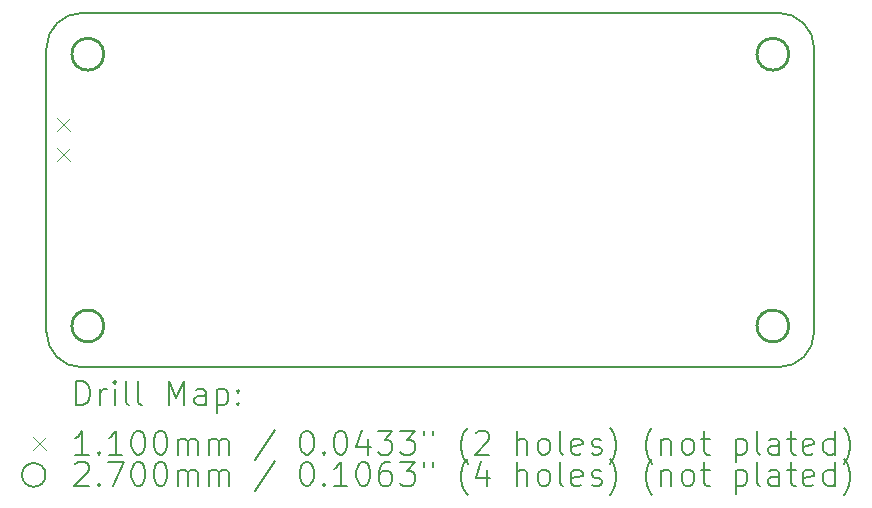
<source format=gbr>
%TF.GenerationSoftware,KiCad,Pcbnew,7.0.6*%
%TF.CreationDate,2023-08-14T14:17:23+01:00*%
%TF.ProjectId,canhat,63616e68-6174-42e6-9b69-6361645f7063,8*%
%TF.SameCoordinates,Original*%
%TF.FileFunction,Drillmap*%
%TF.FilePolarity,Positive*%
%FSLAX45Y45*%
G04 Gerber Fmt 4.5, Leading zero omitted, Abs format (unit mm)*
G04 Created by KiCad (PCBNEW 7.0.6) date 2023-08-14 14:17:23*
%MOMM*%
%LPD*%
G01*
G04 APERTURE LIST*
%ADD10C,0.150000*%
%ADD11C,0.200000*%
%ADD12C,0.110000*%
%ADD13C,0.270000*%
G04 APERTURE END LIST*
D10*
X10500000Y-7700000D02*
X10500000Y-5300000D01*
X10500000Y-5300000D02*
G75*
G03*
X10200000Y-5000000I-300000J0D01*
G01*
X4300000Y-5000000D02*
G75*
G03*
X4000000Y-5300000I0J-300000D01*
G01*
X10200000Y-5000000D02*
X4300000Y-5000000D01*
X4000000Y-7700000D02*
G75*
G03*
X4300000Y-8000000I300000J0D01*
G01*
X4000000Y-5300000D02*
X4000000Y-7700000D01*
X10200000Y-8000000D02*
G75*
G03*
X10500000Y-7700000I0J300000D01*
G01*
X4300000Y-8000000D02*
X10200000Y-8000000D01*
D11*
D12*
X4091000Y-5888000D02*
X4201000Y-5998000D01*
X4201000Y-5888000D02*
X4091000Y-5998000D01*
X4091000Y-6142000D02*
X4201000Y-6252000D01*
X4201000Y-6142000D02*
X4091000Y-6252000D01*
D13*
X4485000Y-5350000D02*
G75*
G03*
X4485000Y-5350000I-135000J0D01*
G01*
X4485000Y-7650000D02*
G75*
G03*
X4485000Y-7650000I-135000J0D01*
G01*
X10285000Y-5350000D02*
G75*
G03*
X10285000Y-5350000I-135000J0D01*
G01*
X10285000Y-7650000D02*
G75*
G03*
X10285000Y-7650000I-135000J0D01*
G01*
D11*
X4253277Y-8318984D02*
X4253277Y-8118984D01*
X4253277Y-8118984D02*
X4300896Y-8118984D01*
X4300896Y-8118984D02*
X4329467Y-8128508D01*
X4329467Y-8128508D02*
X4348515Y-8147555D01*
X4348515Y-8147555D02*
X4358039Y-8166603D01*
X4358039Y-8166603D02*
X4367563Y-8204698D01*
X4367563Y-8204698D02*
X4367563Y-8233269D01*
X4367563Y-8233269D02*
X4358039Y-8271365D01*
X4358039Y-8271365D02*
X4348515Y-8290412D01*
X4348515Y-8290412D02*
X4329467Y-8309460D01*
X4329467Y-8309460D02*
X4300896Y-8318984D01*
X4300896Y-8318984D02*
X4253277Y-8318984D01*
X4453277Y-8318984D02*
X4453277Y-8185650D01*
X4453277Y-8223746D02*
X4462801Y-8204698D01*
X4462801Y-8204698D02*
X4472324Y-8195174D01*
X4472324Y-8195174D02*
X4491372Y-8185650D01*
X4491372Y-8185650D02*
X4510420Y-8185650D01*
X4577086Y-8318984D02*
X4577086Y-8185650D01*
X4577086Y-8118984D02*
X4567563Y-8128508D01*
X4567563Y-8128508D02*
X4577086Y-8138031D01*
X4577086Y-8138031D02*
X4586610Y-8128508D01*
X4586610Y-8128508D02*
X4577086Y-8118984D01*
X4577086Y-8118984D02*
X4577086Y-8138031D01*
X4700896Y-8318984D02*
X4681848Y-8309460D01*
X4681848Y-8309460D02*
X4672324Y-8290412D01*
X4672324Y-8290412D02*
X4672324Y-8118984D01*
X4805658Y-8318984D02*
X4786610Y-8309460D01*
X4786610Y-8309460D02*
X4777086Y-8290412D01*
X4777086Y-8290412D02*
X4777086Y-8118984D01*
X5034229Y-8318984D02*
X5034229Y-8118984D01*
X5034229Y-8118984D02*
X5100896Y-8261841D01*
X5100896Y-8261841D02*
X5167563Y-8118984D01*
X5167563Y-8118984D02*
X5167563Y-8318984D01*
X5348515Y-8318984D02*
X5348515Y-8214222D01*
X5348515Y-8214222D02*
X5338991Y-8195174D01*
X5338991Y-8195174D02*
X5319944Y-8185650D01*
X5319944Y-8185650D02*
X5281848Y-8185650D01*
X5281848Y-8185650D02*
X5262801Y-8195174D01*
X5348515Y-8309460D02*
X5329467Y-8318984D01*
X5329467Y-8318984D02*
X5281848Y-8318984D01*
X5281848Y-8318984D02*
X5262801Y-8309460D01*
X5262801Y-8309460D02*
X5253277Y-8290412D01*
X5253277Y-8290412D02*
X5253277Y-8271365D01*
X5253277Y-8271365D02*
X5262801Y-8252317D01*
X5262801Y-8252317D02*
X5281848Y-8242793D01*
X5281848Y-8242793D02*
X5329467Y-8242793D01*
X5329467Y-8242793D02*
X5348515Y-8233269D01*
X5443753Y-8185650D02*
X5443753Y-8385650D01*
X5443753Y-8195174D02*
X5462801Y-8185650D01*
X5462801Y-8185650D02*
X5500896Y-8185650D01*
X5500896Y-8185650D02*
X5519944Y-8195174D01*
X5519944Y-8195174D02*
X5529467Y-8204698D01*
X5529467Y-8204698D02*
X5538991Y-8223746D01*
X5538991Y-8223746D02*
X5538991Y-8280888D01*
X5538991Y-8280888D02*
X5529467Y-8299936D01*
X5529467Y-8299936D02*
X5519944Y-8309460D01*
X5519944Y-8309460D02*
X5500896Y-8318984D01*
X5500896Y-8318984D02*
X5462801Y-8318984D01*
X5462801Y-8318984D02*
X5443753Y-8309460D01*
X5624705Y-8299936D02*
X5634229Y-8309460D01*
X5634229Y-8309460D02*
X5624705Y-8318984D01*
X5624705Y-8318984D02*
X5615182Y-8309460D01*
X5615182Y-8309460D02*
X5624705Y-8299936D01*
X5624705Y-8299936D02*
X5624705Y-8318984D01*
X5624705Y-8195174D02*
X5634229Y-8204698D01*
X5634229Y-8204698D02*
X5624705Y-8214222D01*
X5624705Y-8214222D02*
X5615182Y-8204698D01*
X5615182Y-8204698D02*
X5624705Y-8195174D01*
X5624705Y-8195174D02*
X5624705Y-8214222D01*
D12*
X3882500Y-8592500D02*
X3992500Y-8702500D01*
X3992500Y-8592500D02*
X3882500Y-8702500D01*
D11*
X4358039Y-8738984D02*
X4243753Y-8738984D01*
X4300896Y-8738984D02*
X4300896Y-8538984D01*
X4300896Y-8538984D02*
X4281848Y-8567555D01*
X4281848Y-8567555D02*
X4262801Y-8586603D01*
X4262801Y-8586603D02*
X4243753Y-8596127D01*
X4443753Y-8719936D02*
X4453277Y-8729460D01*
X4453277Y-8729460D02*
X4443753Y-8738984D01*
X4443753Y-8738984D02*
X4434229Y-8729460D01*
X4434229Y-8729460D02*
X4443753Y-8719936D01*
X4443753Y-8719936D02*
X4443753Y-8738984D01*
X4643753Y-8738984D02*
X4529467Y-8738984D01*
X4586610Y-8738984D02*
X4586610Y-8538984D01*
X4586610Y-8538984D02*
X4567563Y-8567555D01*
X4567563Y-8567555D02*
X4548515Y-8586603D01*
X4548515Y-8586603D02*
X4529467Y-8596127D01*
X4767563Y-8538984D02*
X4786610Y-8538984D01*
X4786610Y-8538984D02*
X4805658Y-8548508D01*
X4805658Y-8548508D02*
X4815182Y-8558031D01*
X4815182Y-8558031D02*
X4824705Y-8577079D01*
X4824705Y-8577079D02*
X4834229Y-8615174D01*
X4834229Y-8615174D02*
X4834229Y-8662793D01*
X4834229Y-8662793D02*
X4824705Y-8700889D01*
X4824705Y-8700889D02*
X4815182Y-8719936D01*
X4815182Y-8719936D02*
X4805658Y-8729460D01*
X4805658Y-8729460D02*
X4786610Y-8738984D01*
X4786610Y-8738984D02*
X4767563Y-8738984D01*
X4767563Y-8738984D02*
X4748515Y-8729460D01*
X4748515Y-8729460D02*
X4738991Y-8719936D01*
X4738991Y-8719936D02*
X4729467Y-8700889D01*
X4729467Y-8700889D02*
X4719944Y-8662793D01*
X4719944Y-8662793D02*
X4719944Y-8615174D01*
X4719944Y-8615174D02*
X4729467Y-8577079D01*
X4729467Y-8577079D02*
X4738991Y-8558031D01*
X4738991Y-8558031D02*
X4748515Y-8548508D01*
X4748515Y-8548508D02*
X4767563Y-8538984D01*
X4958039Y-8538984D02*
X4977086Y-8538984D01*
X4977086Y-8538984D02*
X4996134Y-8548508D01*
X4996134Y-8548508D02*
X5005658Y-8558031D01*
X5005658Y-8558031D02*
X5015182Y-8577079D01*
X5015182Y-8577079D02*
X5024705Y-8615174D01*
X5024705Y-8615174D02*
X5024705Y-8662793D01*
X5024705Y-8662793D02*
X5015182Y-8700889D01*
X5015182Y-8700889D02*
X5005658Y-8719936D01*
X5005658Y-8719936D02*
X4996134Y-8729460D01*
X4996134Y-8729460D02*
X4977086Y-8738984D01*
X4977086Y-8738984D02*
X4958039Y-8738984D01*
X4958039Y-8738984D02*
X4938991Y-8729460D01*
X4938991Y-8729460D02*
X4929467Y-8719936D01*
X4929467Y-8719936D02*
X4919944Y-8700889D01*
X4919944Y-8700889D02*
X4910420Y-8662793D01*
X4910420Y-8662793D02*
X4910420Y-8615174D01*
X4910420Y-8615174D02*
X4919944Y-8577079D01*
X4919944Y-8577079D02*
X4929467Y-8558031D01*
X4929467Y-8558031D02*
X4938991Y-8548508D01*
X4938991Y-8548508D02*
X4958039Y-8538984D01*
X5110420Y-8738984D02*
X5110420Y-8605650D01*
X5110420Y-8624698D02*
X5119944Y-8615174D01*
X5119944Y-8615174D02*
X5138991Y-8605650D01*
X5138991Y-8605650D02*
X5167563Y-8605650D01*
X5167563Y-8605650D02*
X5186610Y-8615174D01*
X5186610Y-8615174D02*
X5196134Y-8634222D01*
X5196134Y-8634222D02*
X5196134Y-8738984D01*
X5196134Y-8634222D02*
X5205658Y-8615174D01*
X5205658Y-8615174D02*
X5224705Y-8605650D01*
X5224705Y-8605650D02*
X5253277Y-8605650D01*
X5253277Y-8605650D02*
X5272325Y-8615174D01*
X5272325Y-8615174D02*
X5281848Y-8634222D01*
X5281848Y-8634222D02*
X5281848Y-8738984D01*
X5377086Y-8738984D02*
X5377086Y-8605650D01*
X5377086Y-8624698D02*
X5386610Y-8615174D01*
X5386610Y-8615174D02*
X5405658Y-8605650D01*
X5405658Y-8605650D02*
X5434229Y-8605650D01*
X5434229Y-8605650D02*
X5453277Y-8615174D01*
X5453277Y-8615174D02*
X5462801Y-8634222D01*
X5462801Y-8634222D02*
X5462801Y-8738984D01*
X5462801Y-8634222D02*
X5472325Y-8615174D01*
X5472325Y-8615174D02*
X5491372Y-8605650D01*
X5491372Y-8605650D02*
X5519944Y-8605650D01*
X5519944Y-8605650D02*
X5538991Y-8615174D01*
X5538991Y-8615174D02*
X5548515Y-8634222D01*
X5548515Y-8634222D02*
X5548515Y-8738984D01*
X5938991Y-8529460D02*
X5767563Y-8786603D01*
X6196134Y-8538984D02*
X6215182Y-8538984D01*
X6215182Y-8538984D02*
X6234229Y-8548508D01*
X6234229Y-8548508D02*
X6243753Y-8558031D01*
X6243753Y-8558031D02*
X6253277Y-8577079D01*
X6253277Y-8577079D02*
X6262801Y-8615174D01*
X6262801Y-8615174D02*
X6262801Y-8662793D01*
X6262801Y-8662793D02*
X6253277Y-8700889D01*
X6253277Y-8700889D02*
X6243753Y-8719936D01*
X6243753Y-8719936D02*
X6234229Y-8729460D01*
X6234229Y-8729460D02*
X6215182Y-8738984D01*
X6215182Y-8738984D02*
X6196134Y-8738984D01*
X6196134Y-8738984D02*
X6177086Y-8729460D01*
X6177086Y-8729460D02*
X6167563Y-8719936D01*
X6167563Y-8719936D02*
X6158039Y-8700889D01*
X6158039Y-8700889D02*
X6148515Y-8662793D01*
X6148515Y-8662793D02*
X6148515Y-8615174D01*
X6148515Y-8615174D02*
X6158039Y-8577079D01*
X6158039Y-8577079D02*
X6167563Y-8558031D01*
X6167563Y-8558031D02*
X6177086Y-8548508D01*
X6177086Y-8548508D02*
X6196134Y-8538984D01*
X6348515Y-8719936D02*
X6358039Y-8729460D01*
X6358039Y-8729460D02*
X6348515Y-8738984D01*
X6348515Y-8738984D02*
X6338991Y-8729460D01*
X6338991Y-8729460D02*
X6348515Y-8719936D01*
X6348515Y-8719936D02*
X6348515Y-8738984D01*
X6481848Y-8538984D02*
X6500896Y-8538984D01*
X6500896Y-8538984D02*
X6519944Y-8548508D01*
X6519944Y-8548508D02*
X6529467Y-8558031D01*
X6529467Y-8558031D02*
X6538991Y-8577079D01*
X6538991Y-8577079D02*
X6548515Y-8615174D01*
X6548515Y-8615174D02*
X6548515Y-8662793D01*
X6548515Y-8662793D02*
X6538991Y-8700889D01*
X6538991Y-8700889D02*
X6529467Y-8719936D01*
X6529467Y-8719936D02*
X6519944Y-8729460D01*
X6519944Y-8729460D02*
X6500896Y-8738984D01*
X6500896Y-8738984D02*
X6481848Y-8738984D01*
X6481848Y-8738984D02*
X6462801Y-8729460D01*
X6462801Y-8729460D02*
X6453277Y-8719936D01*
X6453277Y-8719936D02*
X6443753Y-8700889D01*
X6443753Y-8700889D02*
X6434229Y-8662793D01*
X6434229Y-8662793D02*
X6434229Y-8615174D01*
X6434229Y-8615174D02*
X6443753Y-8577079D01*
X6443753Y-8577079D02*
X6453277Y-8558031D01*
X6453277Y-8558031D02*
X6462801Y-8548508D01*
X6462801Y-8548508D02*
X6481848Y-8538984D01*
X6719944Y-8605650D02*
X6719944Y-8738984D01*
X6672325Y-8529460D02*
X6624706Y-8672317D01*
X6624706Y-8672317D02*
X6748515Y-8672317D01*
X6805658Y-8538984D02*
X6929467Y-8538984D01*
X6929467Y-8538984D02*
X6862801Y-8615174D01*
X6862801Y-8615174D02*
X6891372Y-8615174D01*
X6891372Y-8615174D02*
X6910420Y-8624698D01*
X6910420Y-8624698D02*
X6919944Y-8634222D01*
X6919944Y-8634222D02*
X6929467Y-8653270D01*
X6929467Y-8653270D02*
X6929467Y-8700889D01*
X6929467Y-8700889D02*
X6919944Y-8719936D01*
X6919944Y-8719936D02*
X6910420Y-8729460D01*
X6910420Y-8729460D02*
X6891372Y-8738984D01*
X6891372Y-8738984D02*
X6834229Y-8738984D01*
X6834229Y-8738984D02*
X6815182Y-8729460D01*
X6815182Y-8729460D02*
X6805658Y-8719936D01*
X6996134Y-8538984D02*
X7119944Y-8538984D01*
X7119944Y-8538984D02*
X7053277Y-8615174D01*
X7053277Y-8615174D02*
X7081848Y-8615174D01*
X7081848Y-8615174D02*
X7100896Y-8624698D01*
X7100896Y-8624698D02*
X7110420Y-8634222D01*
X7110420Y-8634222D02*
X7119944Y-8653270D01*
X7119944Y-8653270D02*
X7119944Y-8700889D01*
X7119944Y-8700889D02*
X7110420Y-8719936D01*
X7110420Y-8719936D02*
X7100896Y-8729460D01*
X7100896Y-8729460D02*
X7081848Y-8738984D01*
X7081848Y-8738984D02*
X7024706Y-8738984D01*
X7024706Y-8738984D02*
X7005658Y-8729460D01*
X7005658Y-8729460D02*
X6996134Y-8719936D01*
X7196134Y-8538984D02*
X7196134Y-8577079D01*
X7272325Y-8538984D02*
X7272325Y-8577079D01*
X7567563Y-8815174D02*
X7558039Y-8805650D01*
X7558039Y-8805650D02*
X7538991Y-8777079D01*
X7538991Y-8777079D02*
X7529468Y-8758031D01*
X7529468Y-8758031D02*
X7519944Y-8729460D01*
X7519944Y-8729460D02*
X7510420Y-8681841D01*
X7510420Y-8681841D02*
X7510420Y-8643746D01*
X7510420Y-8643746D02*
X7519944Y-8596127D01*
X7519944Y-8596127D02*
X7529468Y-8567555D01*
X7529468Y-8567555D02*
X7538991Y-8548508D01*
X7538991Y-8548508D02*
X7558039Y-8519936D01*
X7558039Y-8519936D02*
X7567563Y-8510412D01*
X7634229Y-8558031D02*
X7643753Y-8548508D01*
X7643753Y-8548508D02*
X7662801Y-8538984D01*
X7662801Y-8538984D02*
X7710420Y-8538984D01*
X7710420Y-8538984D02*
X7729468Y-8548508D01*
X7729468Y-8548508D02*
X7738991Y-8558031D01*
X7738991Y-8558031D02*
X7748515Y-8577079D01*
X7748515Y-8577079D02*
X7748515Y-8596127D01*
X7748515Y-8596127D02*
X7738991Y-8624698D01*
X7738991Y-8624698D02*
X7624706Y-8738984D01*
X7624706Y-8738984D02*
X7748515Y-8738984D01*
X7986610Y-8738984D02*
X7986610Y-8538984D01*
X8072325Y-8738984D02*
X8072325Y-8634222D01*
X8072325Y-8634222D02*
X8062801Y-8615174D01*
X8062801Y-8615174D02*
X8043753Y-8605650D01*
X8043753Y-8605650D02*
X8015182Y-8605650D01*
X8015182Y-8605650D02*
X7996134Y-8615174D01*
X7996134Y-8615174D02*
X7986610Y-8624698D01*
X8196134Y-8738984D02*
X8177087Y-8729460D01*
X8177087Y-8729460D02*
X8167563Y-8719936D01*
X8167563Y-8719936D02*
X8158039Y-8700889D01*
X8158039Y-8700889D02*
X8158039Y-8643746D01*
X8158039Y-8643746D02*
X8167563Y-8624698D01*
X8167563Y-8624698D02*
X8177087Y-8615174D01*
X8177087Y-8615174D02*
X8196134Y-8605650D01*
X8196134Y-8605650D02*
X8224706Y-8605650D01*
X8224706Y-8605650D02*
X8243753Y-8615174D01*
X8243753Y-8615174D02*
X8253277Y-8624698D01*
X8253277Y-8624698D02*
X8262801Y-8643746D01*
X8262801Y-8643746D02*
X8262801Y-8700889D01*
X8262801Y-8700889D02*
X8253277Y-8719936D01*
X8253277Y-8719936D02*
X8243753Y-8729460D01*
X8243753Y-8729460D02*
X8224706Y-8738984D01*
X8224706Y-8738984D02*
X8196134Y-8738984D01*
X8377087Y-8738984D02*
X8358039Y-8729460D01*
X8358039Y-8729460D02*
X8348515Y-8710412D01*
X8348515Y-8710412D02*
X8348515Y-8538984D01*
X8529468Y-8729460D02*
X8510420Y-8738984D01*
X8510420Y-8738984D02*
X8472325Y-8738984D01*
X8472325Y-8738984D02*
X8453277Y-8729460D01*
X8453277Y-8729460D02*
X8443753Y-8710412D01*
X8443753Y-8710412D02*
X8443753Y-8634222D01*
X8443753Y-8634222D02*
X8453277Y-8615174D01*
X8453277Y-8615174D02*
X8472325Y-8605650D01*
X8472325Y-8605650D02*
X8510420Y-8605650D01*
X8510420Y-8605650D02*
X8529468Y-8615174D01*
X8529468Y-8615174D02*
X8538992Y-8634222D01*
X8538992Y-8634222D02*
X8538992Y-8653270D01*
X8538992Y-8653270D02*
X8443753Y-8672317D01*
X8615182Y-8729460D02*
X8634230Y-8738984D01*
X8634230Y-8738984D02*
X8672325Y-8738984D01*
X8672325Y-8738984D02*
X8691373Y-8729460D01*
X8691373Y-8729460D02*
X8700896Y-8710412D01*
X8700896Y-8710412D02*
X8700896Y-8700889D01*
X8700896Y-8700889D02*
X8691373Y-8681841D01*
X8691373Y-8681841D02*
X8672325Y-8672317D01*
X8672325Y-8672317D02*
X8643753Y-8672317D01*
X8643753Y-8672317D02*
X8624706Y-8662793D01*
X8624706Y-8662793D02*
X8615182Y-8643746D01*
X8615182Y-8643746D02*
X8615182Y-8634222D01*
X8615182Y-8634222D02*
X8624706Y-8615174D01*
X8624706Y-8615174D02*
X8643753Y-8605650D01*
X8643753Y-8605650D02*
X8672325Y-8605650D01*
X8672325Y-8605650D02*
X8691373Y-8615174D01*
X8767563Y-8815174D02*
X8777087Y-8805650D01*
X8777087Y-8805650D02*
X8796134Y-8777079D01*
X8796134Y-8777079D02*
X8805658Y-8758031D01*
X8805658Y-8758031D02*
X8815182Y-8729460D01*
X8815182Y-8729460D02*
X8824706Y-8681841D01*
X8824706Y-8681841D02*
X8824706Y-8643746D01*
X8824706Y-8643746D02*
X8815182Y-8596127D01*
X8815182Y-8596127D02*
X8805658Y-8567555D01*
X8805658Y-8567555D02*
X8796134Y-8548508D01*
X8796134Y-8548508D02*
X8777087Y-8519936D01*
X8777087Y-8519936D02*
X8767563Y-8510412D01*
X9129468Y-8815174D02*
X9119944Y-8805650D01*
X9119944Y-8805650D02*
X9100896Y-8777079D01*
X9100896Y-8777079D02*
X9091373Y-8758031D01*
X9091373Y-8758031D02*
X9081849Y-8729460D01*
X9081849Y-8729460D02*
X9072325Y-8681841D01*
X9072325Y-8681841D02*
X9072325Y-8643746D01*
X9072325Y-8643746D02*
X9081849Y-8596127D01*
X9081849Y-8596127D02*
X9091373Y-8567555D01*
X9091373Y-8567555D02*
X9100896Y-8548508D01*
X9100896Y-8548508D02*
X9119944Y-8519936D01*
X9119944Y-8519936D02*
X9129468Y-8510412D01*
X9205658Y-8605650D02*
X9205658Y-8738984D01*
X9205658Y-8624698D02*
X9215182Y-8615174D01*
X9215182Y-8615174D02*
X9234230Y-8605650D01*
X9234230Y-8605650D02*
X9262801Y-8605650D01*
X9262801Y-8605650D02*
X9281849Y-8615174D01*
X9281849Y-8615174D02*
X9291373Y-8634222D01*
X9291373Y-8634222D02*
X9291373Y-8738984D01*
X9415182Y-8738984D02*
X9396134Y-8729460D01*
X9396134Y-8729460D02*
X9386611Y-8719936D01*
X9386611Y-8719936D02*
X9377087Y-8700889D01*
X9377087Y-8700889D02*
X9377087Y-8643746D01*
X9377087Y-8643746D02*
X9386611Y-8624698D01*
X9386611Y-8624698D02*
X9396134Y-8615174D01*
X9396134Y-8615174D02*
X9415182Y-8605650D01*
X9415182Y-8605650D02*
X9443754Y-8605650D01*
X9443754Y-8605650D02*
X9462801Y-8615174D01*
X9462801Y-8615174D02*
X9472325Y-8624698D01*
X9472325Y-8624698D02*
X9481849Y-8643746D01*
X9481849Y-8643746D02*
X9481849Y-8700889D01*
X9481849Y-8700889D02*
X9472325Y-8719936D01*
X9472325Y-8719936D02*
X9462801Y-8729460D01*
X9462801Y-8729460D02*
X9443754Y-8738984D01*
X9443754Y-8738984D02*
X9415182Y-8738984D01*
X9538992Y-8605650D02*
X9615182Y-8605650D01*
X9567563Y-8538984D02*
X9567563Y-8710412D01*
X9567563Y-8710412D02*
X9577087Y-8729460D01*
X9577087Y-8729460D02*
X9596134Y-8738984D01*
X9596134Y-8738984D02*
X9615182Y-8738984D01*
X9834230Y-8605650D02*
X9834230Y-8805650D01*
X9834230Y-8615174D02*
X9853277Y-8605650D01*
X9853277Y-8605650D02*
X9891373Y-8605650D01*
X9891373Y-8605650D02*
X9910420Y-8615174D01*
X9910420Y-8615174D02*
X9919944Y-8624698D01*
X9919944Y-8624698D02*
X9929468Y-8643746D01*
X9929468Y-8643746D02*
X9929468Y-8700889D01*
X9929468Y-8700889D02*
X9919944Y-8719936D01*
X9919944Y-8719936D02*
X9910420Y-8729460D01*
X9910420Y-8729460D02*
X9891373Y-8738984D01*
X9891373Y-8738984D02*
X9853277Y-8738984D01*
X9853277Y-8738984D02*
X9834230Y-8729460D01*
X10043754Y-8738984D02*
X10024706Y-8729460D01*
X10024706Y-8729460D02*
X10015182Y-8710412D01*
X10015182Y-8710412D02*
X10015182Y-8538984D01*
X10205658Y-8738984D02*
X10205658Y-8634222D01*
X10205658Y-8634222D02*
X10196135Y-8615174D01*
X10196135Y-8615174D02*
X10177087Y-8605650D01*
X10177087Y-8605650D02*
X10138992Y-8605650D01*
X10138992Y-8605650D02*
X10119944Y-8615174D01*
X10205658Y-8729460D02*
X10186611Y-8738984D01*
X10186611Y-8738984D02*
X10138992Y-8738984D01*
X10138992Y-8738984D02*
X10119944Y-8729460D01*
X10119944Y-8729460D02*
X10110420Y-8710412D01*
X10110420Y-8710412D02*
X10110420Y-8691365D01*
X10110420Y-8691365D02*
X10119944Y-8672317D01*
X10119944Y-8672317D02*
X10138992Y-8662793D01*
X10138992Y-8662793D02*
X10186611Y-8662793D01*
X10186611Y-8662793D02*
X10205658Y-8653270D01*
X10272325Y-8605650D02*
X10348515Y-8605650D01*
X10300896Y-8538984D02*
X10300896Y-8710412D01*
X10300896Y-8710412D02*
X10310420Y-8729460D01*
X10310420Y-8729460D02*
X10329468Y-8738984D01*
X10329468Y-8738984D02*
X10348515Y-8738984D01*
X10491373Y-8729460D02*
X10472325Y-8738984D01*
X10472325Y-8738984D02*
X10434230Y-8738984D01*
X10434230Y-8738984D02*
X10415182Y-8729460D01*
X10415182Y-8729460D02*
X10405658Y-8710412D01*
X10405658Y-8710412D02*
X10405658Y-8634222D01*
X10405658Y-8634222D02*
X10415182Y-8615174D01*
X10415182Y-8615174D02*
X10434230Y-8605650D01*
X10434230Y-8605650D02*
X10472325Y-8605650D01*
X10472325Y-8605650D02*
X10491373Y-8615174D01*
X10491373Y-8615174D02*
X10500896Y-8634222D01*
X10500896Y-8634222D02*
X10500896Y-8653270D01*
X10500896Y-8653270D02*
X10405658Y-8672317D01*
X10672325Y-8738984D02*
X10672325Y-8538984D01*
X10672325Y-8729460D02*
X10653277Y-8738984D01*
X10653277Y-8738984D02*
X10615182Y-8738984D01*
X10615182Y-8738984D02*
X10596135Y-8729460D01*
X10596135Y-8729460D02*
X10586611Y-8719936D01*
X10586611Y-8719936D02*
X10577087Y-8700889D01*
X10577087Y-8700889D02*
X10577087Y-8643746D01*
X10577087Y-8643746D02*
X10586611Y-8624698D01*
X10586611Y-8624698D02*
X10596135Y-8615174D01*
X10596135Y-8615174D02*
X10615182Y-8605650D01*
X10615182Y-8605650D02*
X10653277Y-8605650D01*
X10653277Y-8605650D02*
X10672325Y-8615174D01*
X10748516Y-8815174D02*
X10758039Y-8805650D01*
X10758039Y-8805650D02*
X10777087Y-8777079D01*
X10777087Y-8777079D02*
X10786611Y-8758031D01*
X10786611Y-8758031D02*
X10796135Y-8729460D01*
X10796135Y-8729460D02*
X10805658Y-8681841D01*
X10805658Y-8681841D02*
X10805658Y-8643746D01*
X10805658Y-8643746D02*
X10796135Y-8596127D01*
X10796135Y-8596127D02*
X10786611Y-8567555D01*
X10786611Y-8567555D02*
X10777087Y-8548508D01*
X10777087Y-8548508D02*
X10758039Y-8519936D01*
X10758039Y-8519936D02*
X10748516Y-8510412D01*
X3992500Y-8911500D02*
G75*
G03*
X3992500Y-8911500I-100000J0D01*
G01*
X4243753Y-8822031D02*
X4253277Y-8812508D01*
X4253277Y-8812508D02*
X4272324Y-8802984D01*
X4272324Y-8802984D02*
X4319944Y-8802984D01*
X4319944Y-8802984D02*
X4338991Y-8812508D01*
X4338991Y-8812508D02*
X4348515Y-8822031D01*
X4348515Y-8822031D02*
X4358039Y-8841079D01*
X4358039Y-8841079D02*
X4358039Y-8860127D01*
X4358039Y-8860127D02*
X4348515Y-8888698D01*
X4348515Y-8888698D02*
X4234229Y-9002984D01*
X4234229Y-9002984D02*
X4358039Y-9002984D01*
X4443753Y-8983936D02*
X4453277Y-8993460D01*
X4453277Y-8993460D02*
X4443753Y-9002984D01*
X4443753Y-9002984D02*
X4434229Y-8993460D01*
X4434229Y-8993460D02*
X4443753Y-8983936D01*
X4443753Y-8983936D02*
X4443753Y-9002984D01*
X4519944Y-8802984D02*
X4653277Y-8802984D01*
X4653277Y-8802984D02*
X4567563Y-9002984D01*
X4767563Y-8802984D02*
X4786610Y-8802984D01*
X4786610Y-8802984D02*
X4805658Y-8812508D01*
X4805658Y-8812508D02*
X4815182Y-8822031D01*
X4815182Y-8822031D02*
X4824705Y-8841079D01*
X4824705Y-8841079D02*
X4834229Y-8879174D01*
X4834229Y-8879174D02*
X4834229Y-8926793D01*
X4834229Y-8926793D02*
X4824705Y-8964889D01*
X4824705Y-8964889D02*
X4815182Y-8983936D01*
X4815182Y-8983936D02*
X4805658Y-8993460D01*
X4805658Y-8993460D02*
X4786610Y-9002984D01*
X4786610Y-9002984D02*
X4767563Y-9002984D01*
X4767563Y-9002984D02*
X4748515Y-8993460D01*
X4748515Y-8993460D02*
X4738991Y-8983936D01*
X4738991Y-8983936D02*
X4729467Y-8964889D01*
X4729467Y-8964889D02*
X4719944Y-8926793D01*
X4719944Y-8926793D02*
X4719944Y-8879174D01*
X4719944Y-8879174D02*
X4729467Y-8841079D01*
X4729467Y-8841079D02*
X4738991Y-8822031D01*
X4738991Y-8822031D02*
X4748515Y-8812508D01*
X4748515Y-8812508D02*
X4767563Y-8802984D01*
X4958039Y-8802984D02*
X4977086Y-8802984D01*
X4977086Y-8802984D02*
X4996134Y-8812508D01*
X4996134Y-8812508D02*
X5005658Y-8822031D01*
X5005658Y-8822031D02*
X5015182Y-8841079D01*
X5015182Y-8841079D02*
X5024705Y-8879174D01*
X5024705Y-8879174D02*
X5024705Y-8926793D01*
X5024705Y-8926793D02*
X5015182Y-8964889D01*
X5015182Y-8964889D02*
X5005658Y-8983936D01*
X5005658Y-8983936D02*
X4996134Y-8993460D01*
X4996134Y-8993460D02*
X4977086Y-9002984D01*
X4977086Y-9002984D02*
X4958039Y-9002984D01*
X4958039Y-9002984D02*
X4938991Y-8993460D01*
X4938991Y-8993460D02*
X4929467Y-8983936D01*
X4929467Y-8983936D02*
X4919944Y-8964889D01*
X4919944Y-8964889D02*
X4910420Y-8926793D01*
X4910420Y-8926793D02*
X4910420Y-8879174D01*
X4910420Y-8879174D02*
X4919944Y-8841079D01*
X4919944Y-8841079D02*
X4929467Y-8822031D01*
X4929467Y-8822031D02*
X4938991Y-8812508D01*
X4938991Y-8812508D02*
X4958039Y-8802984D01*
X5110420Y-9002984D02*
X5110420Y-8869650D01*
X5110420Y-8888698D02*
X5119944Y-8879174D01*
X5119944Y-8879174D02*
X5138991Y-8869650D01*
X5138991Y-8869650D02*
X5167563Y-8869650D01*
X5167563Y-8869650D02*
X5186610Y-8879174D01*
X5186610Y-8879174D02*
X5196134Y-8898222D01*
X5196134Y-8898222D02*
X5196134Y-9002984D01*
X5196134Y-8898222D02*
X5205658Y-8879174D01*
X5205658Y-8879174D02*
X5224705Y-8869650D01*
X5224705Y-8869650D02*
X5253277Y-8869650D01*
X5253277Y-8869650D02*
X5272325Y-8879174D01*
X5272325Y-8879174D02*
X5281848Y-8898222D01*
X5281848Y-8898222D02*
X5281848Y-9002984D01*
X5377086Y-9002984D02*
X5377086Y-8869650D01*
X5377086Y-8888698D02*
X5386610Y-8879174D01*
X5386610Y-8879174D02*
X5405658Y-8869650D01*
X5405658Y-8869650D02*
X5434229Y-8869650D01*
X5434229Y-8869650D02*
X5453277Y-8879174D01*
X5453277Y-8879174D02*
X5462801Y-8898222D01*
X5462801Y-8898222D02*
X5462801Y-9002984D01*
X5462801Y-8898222D02*
X5472325Y-8879174D01*
X5472325Y-8879174D02*
X5491372Y-8869650D01*
X5491372Y-8869650D02*
X5519944Y-8869650D01*
X5519944Y-8869650D02*
X5538991Y-8879174D01*
X5538991Y-8879174D02*
X5548515Y-8898222D01*
X5548515Y-8898222D02*
X5548515Y-9002984D01*
X5938991Y-8793460D02*
X5767563Y-9050603D01*
X6196134Y-8802984D02*
X6215182Y-8802984D01*
X6215182Y-8802984D02*
X6234229Y-8812508D01*
X6234229Y-8812508D02*
X6243753Y-8822031D01*
X6243753Y-8822031D02*
X6253277Y-8841079D01*
X6253277Y-8841079D02*
X6262801Y-8879174D01*
X6262801Y-8879174D02*
X6262801Y-8926793D01*
X6262801Y-8926793D02*
X6253277Y-8964889D01*
X6253277Y-8964889D02*
X6243753Y-8983936D01*
X6243753Y-8983936D02*
X6234229Y-8993460D01*
X6234229Y-8993460D02*
X6215182Y-9002984D01*
X6215182Y-9002984D02*
X6196134Y-9002984D01*
X6196134Y-9002984D02*
X6177086Y-8993460D01*
X6177086Y-8993460D02*
X6167563Y-8983936D01*
X6167563Y-8983936D02*
X6158039Y-8964889D01*
X6158039Y-8964889D02*
X6148515Y-8926793D01*
X6148515Y-8926793D02*
X6148515Y-8879174D01*
X6148515Y-8879174D02*
X6158039Y-8841079D01*
X6158039Y-8841079D02*
X6167563Y-8822031D01*
X6167563Y-8822031D02*
X6177086Y-8812508D01*
X6177086Y-8812508D02*
X6196134Y-8802984D01*
X6348515Y-8983936D02*
X6358039Y-8993460D01*
X6358039Y-8993460D02*
X6348515Y-9002984D01*
X6348515Y-9002984D02*
X6338991Y-8993460D01*
X6338991Y-8993460D02*
X6348515Y-8983936D01*
X6348515Y-8983936D02*
X6348515Y-9002984D01*
X6548515Y-9002984D02*
X6434229Y-9002984D01*
X6491372Y-9002984D02*
X6491372Y-8802984D01*
X6491372Y-8802984D02*
X6472325Y-8831555D01*
X6472325Y-8831555D02*
X6453277Y-8850603D01*
X6453277Y-8850603D02*
X6434229Y-8860127D01*
X6672325Y-8802984D02*
X6691372Y-8802984D01*
X6691372Y-8802984D02*
X6710420Y-8812508D01*
X6710420Y-8812508D02*
X6719944Y-8822031D01*
X6719944Y-8822031D02*
X6729467Y-8841079D01*
X6729467Y-8841079D02*
X6738991Y-8879174D01*
X6738991Y-8879174D02*
X6738991Y-8926793D01*
X6738991Y-8926793D02*
X6729467Y-8964889D01*
X6729467Y-8964889D02*
X6719944Y-8983936D01*
X6719944Y-8983936D02*
X6710420Y-8993460D01*
X6710420Y-8993460D02*
X6691372Y-9002984D01*
X6691372Y-9002984D02*
X6672325Y-9002984D01*
X6672325Y-9002984D02*
X6653277Y-8993460D01*
X6653277Y-8993460D02*
X6643753Y-8983936D01*
X6643753Y-8983936D02*
X6634229Y-8964889D01*
X6634229Y-8964889D02*
X6624706Y-8926793D01*
X6624706Y-8926793D02*
X6624706Y-8879174D01*
X6624706Y-8879174D02*
X6634229Y-8841079D01*
X6634229Y-8841079D02*
X6643753Y-8822031D01*
X6643753Y-8822031D02*
X6653277Y-8812508D01*
X6653277Y-8812508D02*
X6672325Y-8802984D01*
X6910420Y-8802984D02*
X6872325Y-8802984D01*
X6872325Y-8802984D02*
X6853277Y-8812508D01*
X6853277Y-8812508D02*
X6843753Y-8822031D01*
X6843753Y-8822031D02*
X6824706Y-8850603D01*
X6824706Y-8850603D02*
X6815182Y-8888698D01*
X6815182Y-8888698D02*
X6815182Y-8964889D01*
X6815182Y-8964889D02*
X6824706Y-8983936D01*
X6824706Y-8983936D02*
X6834229Y-8993460D01*
X6834229Y-8993460D02*
X6853277Y-9002984D01*
X6853277Y-9002984D02*
X6891372Y-9002984D01*
X6891372Y-9002984D02*
X6910420Y-8993460D01*
X6910420Y-8993460D02*
X6919944Y-8983936D01*
X6919944Y-8983936D02*
X6929467Y-8964889D01*
X6929467Y-8964889D02*
X6929467Y-8917270D01*
X6929467Y-8917270D02*
X6919944Y-8898222D01*
X6919944Y-8898222D02*
X6910420Y-8888698D01*
X6910420Y-8888698D02*
X6891372Y-8879174D01*
X6891372Y-8879174D02*
X6853277Y-8879174D01*
X6853277Y-8879174D02*
X6834229Y-8888698D01*
X6834229Y-8888698D02*
X6824706Y-8898222D01*
X6824706Y-8898222D02*
X6815182Y-8917270D01*
X6996134Y-8802984D02*
X7119944Y-8802984D01*
X7119944Y-8802984D02*
X7053277Y-8879174D01*
X7053277Y-8879174D02*
X7081848Y-8879174D01*
X7081848Y-8879174D02*
X7100896Y-8888698D01*
X7100896Y-8888698D02*
X7110420Y-8898222D01*
X7110420Y-8898222D02*
X7119944Y-8917270D01*
X7119944Y-8917270D02*
X7119944Y-8964889D01*
X7119944Y-8964889D02*
X7110420Y-8983936D01*
X7110420Y-8983936D02*
X7100896Y-8993460D01*
X7100896Y-8993460D02*
X7081848Y-9002984D01*
X7081848Y-9002984D02*
X7024706Y-9002984D01*
X7024706Y-9002984D02*
X7005658Y-8993460D01*
X7005658Y-8993460D02*
X6996134Y-8983936D01*
X7196134Y-8802984D02*
X7196134Y-8841079D01*
X7272325Y-8802984D02*
X7272325Y-8841079D01*
X7567563Y-9079174D02*
X7558039Y-9069650D01*
X7558039Y-9069650D02*
X7538991Y-9041079D01*
X7538991Y-9041079D02*
X7529468Y-9022031D01*
X7529468Y-9022031D02*
X7519944Y-8993460D01*
X7519944Y-8993460D02*
X7510420Y-8945841D01*
X7510420Y-8945841D02*
X7510420Y-8907746D01*
X7510420Y-8907746D02*
X7519944Y-8860127D01*
X7519944Y-8860127D02*
X7529468Y-8831555D01*
X7529468Y-8831555D02*
X7538991Y-8812508D01*
X7538991Y-8812508D02*
X7558039Y-8783936D01*
X7558039Y-8783936D02*
X7567563Y-8774412D01*
X7729468Y-8869650D02*
X7729468Y-9002984D01*
X7681848Y-8793460D02*
X7634229Y-8936317D01*
X7634229Y-8936317D02*
X7758039Y-8936317D01*
X7986610Y-9002984D02*
X7986610Y-8802984D01*
X8072325Y-9002984D02*
X8072325Y-8898222D01*
X8072325Y-8898222D02*
X8062801Y-8879174D01*
X8062801Y-8879174D02*
X8043753Y-8869650D01*
X8043753Y-8869650D02*
X8015182Y-8869650D01*
X8015182Y-8869650D02*
X7996134Y-8879174D01*
X7996134Y-8879174D02*
X7986610Y-8888698D01*
X8196134Y-9002984D02*
X8177087Y-8993460D01*
X8177087Y-8993460D02*
X8167563Y-8983936D01*
X8167563Y-8983936D02*
X8158039Y-8964889D01*
X8158039Y-8964889D02*
X8158039Y-8907746D01*
X8158039Y-8907746D02*
X8167563Y-8888698D01*
X8167563Y-8888698D02*
X8177087Y-8879174D01*
X8177087Y-8879174D02*
X8196134Y-8869650D01*
X8196134Y-8869650D02*
X8224706Y-8869650D01*
X8224706Y-8869650D02*
X8243753Y-8879174D01*
X8243753Y-8879174D02*
X8253277Y-8888698D01*
X8253277Y-8888698D02*
X8262801Y-8907746D01*
X8262801Y-8907746D02*
X8262801Y-8964889D01*
X8262801Y-8964889D02*
X8253277Y-8983936D01*
X8253277Y-8983936D02*
X8243753Y-8993460D01*
X8243753Y-8993460D02*
X8224706Y-9002984D01*
X8224706Y-9002984D02*
X8196134Y-9002984D01*
X8377087Y-9002984D02*
X8358039Y-8993460D01*
X8358039Y-8993460D02*
X8348515Y-8974412D01*
X8348515Y-8974412D02*
X8348515Y-8802984D01*
X8529468Y-8993460D02*
X8510420Y-9002984D01*
X8510420Y-9002984D02*
X8472325Y-9002984D01*
X8472325Y-9002984D02*
X8453277Y-8993460D01*
X8453277Y-8993460D02*
X8443753Y-8974412D01*
X8443753Y-8974412D02*
X8443753Y-8898222D01*
X8443753Y-8898222D02*
X8453277Y-8879174D01*
X8453277Y-8879174D02*
X8472325Y-8869650D01*
X8472325Y-8869650D02*
X8510420Y-8869650D01*
X8510420Y-8869650D02*
X8529468Y-8879174D01*
X8529468Y-8879174D02*
X8538992Y-8898222D01*
X8538992Y-8898222D02*
X8538992Y-8917270D01*
X8538992Y-8917270D02*
X8443753Y-8936317D01*
X8615182Y-8993460D02*
X8634230Y-9002984D01*
X8634230Y-9002984D02*
X8672325Y-9002984D01*
X8672325Y-9002984D02*
X8691373Y-8993460D01*
X8691373Y-8993460D02*
X8700896Y-8974412D01*
X8700896Y-8974412D02*
X8700896Y-8964889D01*
X8700896Y-8964889D02*
X8691373Y-8945841D01*
X8691373Y-8945841D02*
X8672325Y-8936317D01*
X8672325Y-8936317D02*
X8643753Y-8936317D01*
X8643753Y-8936317D02*
X8624706Y-8926793D01*
X8624706Y-8926793D02*
X8615182Y-8907746D01*
X8615182Y-8907746D02*
X8615182Y-8898222D01*
X8615182Y-8898222D02*
X8624706Y-8879174D01*
X8624706Y-8879174D02*
X8643753Y-8869650D01*
X8643753Y-8869650D02*
X8672325Y-8869650D01*
X8672325Y-8869650D02*
X8691373Y-8879174D01*
X8767563Y-9079174D02*
X8777087Y-9069650D01*
X8777087Y-9069650D02*
X8796134Y-9041079D01*
X8796134Y-9041079D02*
X8805658Y-9022031D01*
X8805658Y-9022031D02*
X8815182Y-8993460D01*
X8815182Y-8993460D02*
X8824706Y-8945841D01*
X8824706Y-8945841D02*
X8824706Y-8907746D01*
X8824706Y-8907746D02*
X8815182Y-8860127D01*
X8815182Y-8860127D02*
X8805658Y-8831555D01*
X8805658Y-8831555D02*
X8796134Y-8812508D01*
X8796134Y-8812508D02*
X8777087Y-8783936D01*
X8777087Y-8783936D02*
X8767563Y-8774412D01*
X9129468Y-9079174D02*
X9119944Y-9069650D01*
X9119944Y-9069650D02*
X9100896Y-9041079D01*
X9100896Y-9041079D02*
X9091373Y-9022031D01*
X9091373Y-9022031D02*
X9081849Y-8993460D01*
X9081849Y-8993460D02*
X9072325Y-8945841D01*
X9072325Y-8945841D02*
X9072325Y-8907746D01*
X9072325Y-8907746D02*
X9081849Y-8860127D01*
X9081849Y-8860127D02*
X9091373Y-8831555D01*
X9091373Y-8831555D02*
X9100896Y-8812508D01*
X9100896Y-8812508D02*
X9119944Y-8783936D01*
X9119944Y-8783936D02*
X9129468Y-8774412D01*
X9205658Y-8869650D02*
X9205658Y-9002984D01*
X9205658Y-8888698D02*
X9215182Y-8879174D01*
X9215182Y-8879174D02*
X9234230Y-8869650D01*
X9234230Y-8869650D02*
X9262801Y-8869650D01*
X9262801Y-8869650D02*
X9281849Y-8879174D01*
X9281849Y-8879174D02*
X9291373Y-8898222D01*
X9291373Y-8898222D02*
X9291373Y-9002984D01*
X9415182Y-9002984D02*
X9396134Y-8993460D01*
X9396134Y-8993460D02*
X9386611Y-8983936D01*
X9386611Y-8983936D02*
X9377087Y-8964889D01*
X9377087Y-8964889D02*
X9377087Y-8907746D01*
X9377087Y-8907746D02*
X9386611Y-8888698D01*
X9386611Y-8888698D02*
X9396134Y-8879174D01*
X9396134Y-8879174D02*
X9415182Y-8869650D01*
X9415182Y-8869650D02*
X9443754Y-8869650D01*
X9443754Y-8869650D02*
X9462801Y-8879174D01*
X9462801Y-8879174D02*
X9472325Y-8888698D01*
X9472325Y-8888698D02*
X9481849Y-8907746D01*
X9481849Y-8907746D02*
X9481849Y-8964889D01*
X9481849Y-8964889D02*
X9472325Y-8983936D01*
X9472325Y-8983936D02*
X9462801Y-8993460D01*
X9462801Y-8993460D02*
X9443754Y-9002984D01*
X9443754Y-9002984D02*
X9415182Y-9002984D01*
X9538992Y-8869650D02*
X9615182Y-8869650D01*
X9567563Y-8802984D02*
X9567563Y-8974412D01*
X9567563Y-8974412D02*
X9577087Y-8993460D01*
X9577087Y-8993460D02*
X9596134Y-9002984D01*
X9596134Y-9002984D02*
X9615182Y-9002984D01*
X9834230Y-8869650D02*
X9834230Y-9069650D01*
X9834230Y-8879174D02*
X9853277Y-8869650D01*
X9853277Y-8869650D02*
X9891373Y-8869650D01*
X9891373Y-8869650D02*
X9910420Y-8879174D01*
X9910420Y-8879174D02*
X9919944Y-8888698D01*
X9919944Y-8888698D02*
X9929468Y-8907746D01*
X9929468Y-8907746D02*
X9929468Y-8964889D01*
X9929468Y-8964889D02*
X9919944Y-8983936D01*
X9919944Y-8983936D02*
X9910420Y-8993460D01*
X9910420Y-8993460D02*
X9891373Y-9002984D01*
X9891373Y-9002984D02*
X9853277Y-9002984D01*
X9853277Y-9002984D02*
X9834230Y-8993460D01*
X10043754Y-9002984D02*
X10024706Y-8993460D01*
X10024706Y-8993460D02*
X10015182Y-8974412D01*
X10015182Y-8974412D02*
X10015182Y-8802984D01*
X10205658Y-9002984D02*
X10205658Y-8898222D01*
X10205658Y-8898222D02*
X10196135Y-8879174D01*
X10196135Y-8879174D02*
X10177087Y-8869650D01*
X10177087Y-8869650D02*
X10138992Y-8869650D01*
X10138992Y-8869650D02*
X10119944Y-8879174D01*
X10205658Y-8993460D02*
X10186611Y-9002984D01*
X10186611Y-9002984D02*
X10138992Y-9002984D01*
X10138992Y-9002984D02*
X10119944Y-8993460D01*
X10119944Y-8993460D02*
X10110420Y-8974412D01*
X10110420Y-8974412D02*
X10110420Y-8955365D01*
X10110420Y-8955365D02*
X10119944Y-8936317D01*
X10119944Y-8936317D02*
X10138992Y-8926793D01*
X10138992Y-8926793D02*
X10186611Y-8926793D01*
X10186611Y-8926793D02*
X10205658Y-8917270D01*
X10272325Y-8869650D02*
X10348515Y-8869650D01*
X10300896Y-8802984D02*
X10300896Y-8974412D01*
X10300896Y-8974412D02*
X10310420Y-8993460D01*
X10310420Y-8993460D02*
X10329468Y-9002984D01*
X10329468Y-9002984D02*
X10348515Y-9002984D01*
X10491373Y-8993460D02*
X10472325Y-9002984D01*
X10472325Y-9002984D02*
X10434230Y-9002984D01*
X10434230Y-9002984D02*
X10415182Y-8993460D01*
X10415182Y-8993460D02*
X10405658Y-8974412D01*
X10405658Y-8974412D02*
X10405658Y-8898222D01*
X10405658Y-8898222D02*
X10415182Y-8879174D01*
X10415182Y-8879174D02*
X10434230Y-8869650D01*
X10434230Y-8869650D02*
X10472325Y-8869650D01*
X10472325Y-8869650D02*
X10491373Y-8879174D01*
X10491373Y-8879174D02*
X10500896Y-8898222D01*
X10500896Y-8898222D02*
X10500896Y-8917270D01*
X10500896Y-8917270D02*
X10405658Y-8936317D01*
X10672325Y-9002984D02*
X10672325Y-8802984D01*
X10672325Y-8993460D02*
X10653277Y-9002984D01*
X10653277Y-9002984D02*
X10615182Y-9002984D01*
X10615182Y-9002984D02*
X10596135Y-8993460D01*
X10596135Y-8993460D02*
X10586611Y-8983936D01*
X10586611Y-8983936D02*
X10577087Y-8964889D01*
X10577087Y-8964889D02*
X10577087Y-8907746D01*
X10577087Y-8907746D02*
X10586611Y-8888698D01*
X10586611Y-8888698D02*
X10596135Y-8879174D01*
X10596135Y-8879174D02*
X10615182Y-8869650D01*
X10615182Y-8869650D02*
X10653277Y-8869650D01*
X10653277Y-8869650D02*
X10672325Y-8879174D01*
X10748516Y-9079174D02*
X10758039Y-9069650D01*
X10758039Y-9069650D02*
X10777087Y-9041079D01*
X10777087Y-9041079D02*
X10786611Y-9022031D01*
X10786611Y-9022031D02*
X10796135Y-8993460D01*
X10796135Y-8993460D02*
X10805658Y-8945841D01*
X10805658Y-8945841D02*
X10805658Y-8907746D01*
X10805658Y-8907746D02*
X10796135Y-8860127D01*
X10796135Y-8860127D02*
X10786611Y-8831555D01*
X10786611Y-8831555D02*
X10777087Y-8812508D01*
X10777087Y-8812508D02*
X10758039Y-8783936D01*
X10758039Y-8783936D02*
X10748516Y-8774412D01*
M02*

</source>
